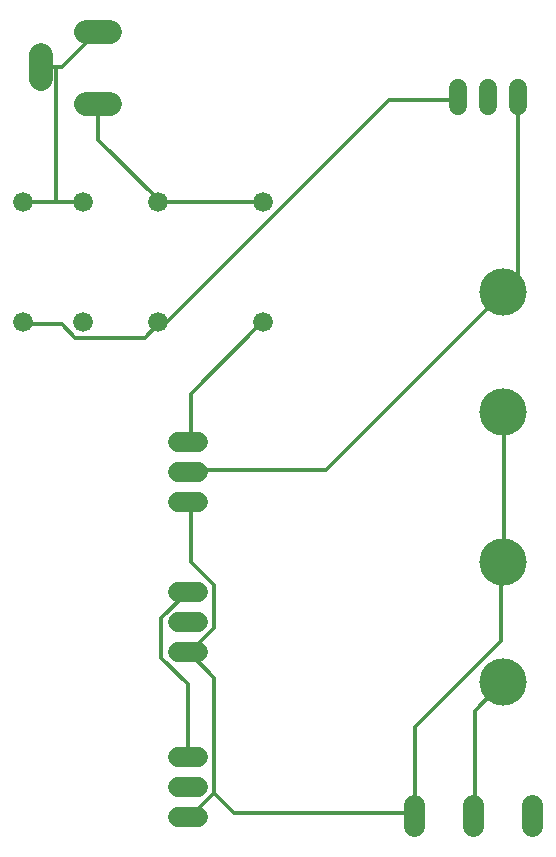
<source format=gbr>
G04 EAGLE Gerber RS-274X export*
G75*
%MOMM*%
%FSLAX34Y34*%
%LPD*%
%INTop Copper*%
%IPPOS*%
%AMOC8*
5,1,8,0,0,1.08239X$1,22.5*%
G01*
%ADD10C,1.676400*%
%ADD11C,1.676400*%
%ADD12C,2.000000*%
%ADD13C,4.000000*%
%ADD14C,1.800000*%
%ADD15C,1.524000*%
%ADD16C,0.304800*%


D10*
X165100Y482600D03*
X165100Y584200D03*
X254000Y584200D03*
X254000Y482600D03*
X101600Y584200D03*
X101600Y482600D03*
X50800Y482600D03*
X50800Y584200D03*
D11*
X182118Y63500D02*
X198882Y63500D01*
X198882Y88900D02*
X182118Y88900D01*
X182118Y114300D02*
X198882Y114300D01*
X198882Y203200D02*
X182118Y203200D01*
X182118Y228600D02*
X198882Y228600D01*
X198882Y254000D02*
X182118Y254000D01*
X182118Y330200D02*
X198882Y330200D01*
X198882Y355600D02*
X182118Y355600D01*
X182118Y381000D02*
X198882Y381000D01*
D12*
X124300Y667500D02*
X104300Y667500D01*
X104300Y728500D02*
X124300Y728500D01*
X66300Y708500D02*
X66300Y688500D01*
D13*
X457200Y406400D03*
X457200Y508000D03*
X457200Y177800D03*
X457200Y279400D03*
D14*
X381800Y74000D02*
X381800Y56000D01*
X431800Y56000D02*
X431800Y74000D01*
X481800Y74000D02*
X481800Y56000D01*
D15*
X469900Y665480D02*
X469900Y680720D01*
X444500Y680720D02*
X444500Y665480D01*
X419100Y665480D02*
X419100Y680720D01*
D16*
X100584Y583946D02*
X78232Y583946D01*
X53086Y583946D01*
X50800Y584200D01*
X100584Y583946D02*
X101600Y584200D01*
X83820Y698500D02*
X78232Y698500D01*
X66300Y698500D01*
X83820Y698500D02*
X111760Y726440D01*
X114300Y728500D01*
X78232Y698500D02*
X78232Y583946D01*
X167640Y583946D02*
X251460Y583946D01*
X167640Y583946D02*
X165100Y584200D01*
X251460Y583946D02*
X254000Y584200D01*
X114554Y637032D02*
X114554Y664972D01*
X114554Y637032D02*
X164846Y586740D01*
X114554Y664972D02*
X114300Y667500D01*
X164846Y586740D02*
X165100Y584200D01*
X360426Y670560D02*
X419100Y670560D01*
X360426Y670560D02*
X173228Y483362D01*
X167640Y483362D01*
X419100Y670560D02*
X419100Y673100D01*
X167640Y483362D02*
X165100Y482600D01*
X83820Y480568D02*
X53086Y480568D01*
X83820Y480568D02*
X94996Y469392D01*
X153670Y469392D01*
X164846Y480568D01*
X53086Y480568D02*
X50800Y482600D01*
X164846Y480568D02*
X165100Y482600D01*
X189992Y176022D02*
X189992Y114554D01*
X189992Y176022D02*
X167640Y198374D01*
X167640Y231902D01*
X189992Y254254D01*
X189992Y114554D02*
X190500Y114300D01*
X190500Y254000D02*
X189992Y254254D01*
X192786Y382778D02*
X192786Y421894D01*
X251460Y480568D01*
X192786Y382778D02*
X190500Y381000D01*
X251460Y480568D02*
X254000Y482600D01*
X458216Y405130D02*
X458216Y279400D01*
X457200Y279400D01*
X458216Y405130D02*
X457200Y406400D01*
X212344Y83820D02*
X192786Y64262D01*
X212344Y83820D02*
X212344Y181610D01*
X192786Y201168D01*
X192786Y64262D02*
X190500Y63500D01*
X192786Y201168D02*
X190500Y203200D01*
X192786Y279400D02*
X192786Y329692D01*
X192786Y279400D02*
X212344Y259842D01*
X212344Y223520D01*
X192786Y203962D01*
X192786Y329692D02*
X190500Y330200D01*
X192786Y203962D02*
X190500Y203200D01*
X229108Y67056D02*
X379984Y67056D01*
X229108Y67056D02*
X212344Y83820D01*
X379984Y67056D02*
X381800Y65000D01*
X455422Y212344D02*
X455422Y279400D01*
X455422Y212344D02*
X382778Y139700D01*
X382778Y67056D01*
X455422Y279400D02*
X457200Y279400D01*
X382778Y67056D02*
X381800Y65000D01*
X433070Y67056D02*
X433070Y153670D01*
X457200Y177800D01*
X433070Y67056D02*
X431800Y65000D01*
X469392Y519684D02*
X469392Y670560D01*
X469392Y519684D02*
X458216Y508508D01*
X469392Y670560D02*
X469900Y673100D01*
X458216Y508508D02*
X457200Y508000D01*
X307340Y357632D02*
X192786Y357632D01*
X307340Y357632D02*
X455422Y505714D01*
X192786Y357632D02*
X190500Y355600D01*
X455422Y505714D02*
X457200Y508000D01*
M02*

</source>
